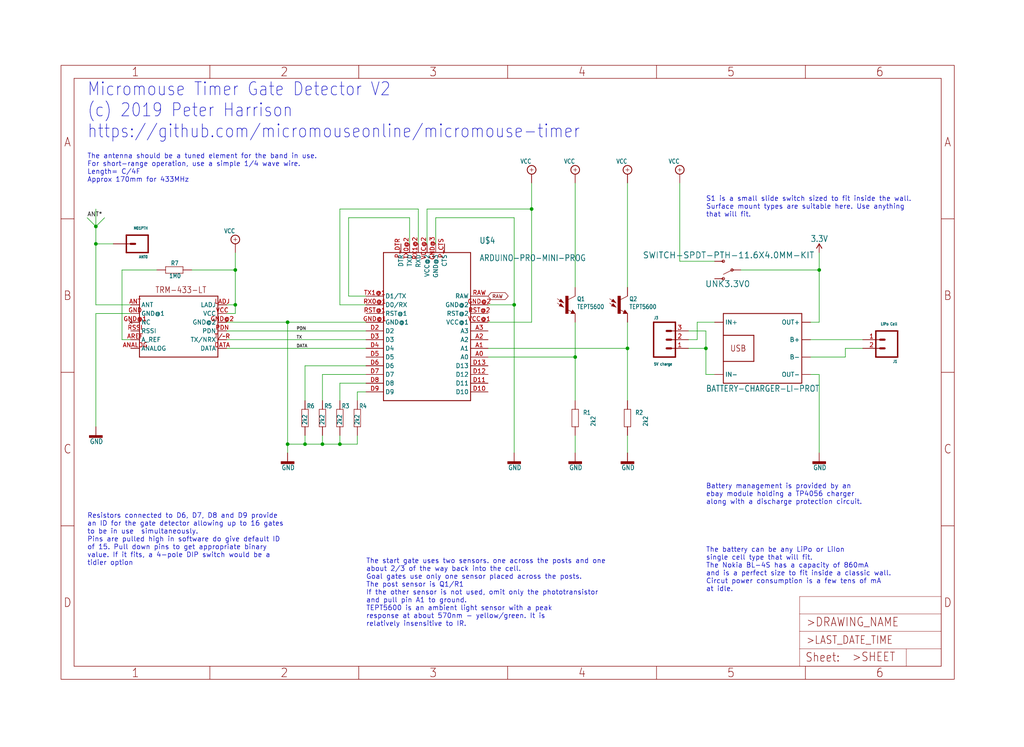
<source format=kicad_sch>
(kicad_sch (version 20211123) (generator eeschema)
  (paper "User" 298.45 217.881)
  (lib_symbols
    (symbol "gate-detector-eagle-import:3.3V" (power)
      (property "Value" "3.3V" (at -2.54 3.048 0))
      (symbol "3.3V_1_0"
        (polyline (pts (xy 0 2.54) (xy -0.762 1.27)) (stroke (width 0.254)))
        (polyline (pts (xy 0.762 1.27) (xy 0 2.54)) (stroke (width 0.254)))
        (pin power_in line (at 0 0 90) (length 2.54) (name "3.3V") (number "1"))
      )
    )
    (symbol "gate-detector-eagle-import:A4L-LOC"
      (symbol "A4L-LOC_0_0"
        (polyline (pts (xy 0 44.7675) (xy 3.81 44.7675)))
        (polyline (pts (xy 0 89.535) (xy 3.81 89.535)))
        (polyline (pts (xy 0 134.3025) (xy 3.81 134.3025)))
        (polyline (pts (xy 3.81 3.81) (xy 3.81 175.26)))
        (polyline (pts (xy 43.3917 0) (xy 43.3917 3.81)))
        (polyline (pts (xy 43.3917 175.26) (xy 43.3917 179.07)))
        (polyline (pts (xy 86.7833 0) (xy 86.7833 3.81)))
        (polyline (pts (xy 86.7833 175.26) (xy 86.7833 179.07)))
        (polyline (pts (xy 130.175 0) (xy 130.175 3.81)))
        (polyline (pts (xy 130.175 175.26) (xy 130.175 179.07)))
        (polyline (pts (xy 173.5667 0) (xy 173.5667 3.81)))
        (polyline (pts (xy 173.5667 175.26) (xy 173.5667 179.07)))
        (polyline (pts (xy 216.9583 0) (xy 216.9583 3.81)))
        (polyline (pts (xy 216.9583 175.26) (xy 216.9583 179.07)))
        (polyline (pts (xy 256.54 3.81) (xy 3.81 3.81)))
        (polyline (pts (xy 256.54 3.81) (xy 256.54 175.26)))
        (polyline (pts (xy 256.54 44.7675) (xy 260.35 44.7675)))
        (polyline (pts (xy 256.54 89.535) (xy 260.35 89.535)))
        (polyline (pts (xy 256.54 134.3025) (xy 260.35 134.3025)))
        (polyline (pts (xy 256.54 175.26) (xy 3.81 175.26)))
        (polyline (pts (xy 0 0) (xy 260.35 0) (xy 260.35 179.07) (xy 0 179.07) (xy 0 0)))
        (text "1" (at 21.6958 1.905 0) (effects (font (size 2.54 2.286))))
        (text "1" (at 21.6958 177.165 0) (effects (font (size 2.54 2.286))))
        (text "2" (at 65.0875 1.905 0) (effects (font (size 2.54 2.286))))
        (text "2" (at 65.0875 177.165 0) (effects (font (size 2.54 2.286))))
        (text "3" (at 108.4792 1.905 0) (effects (font (size 2.54 2.286))))
        (text "3" (at 108.4792 177.165 0) (effects (font (size 2.54 2.286))))
        (text "4" (at 151.8708 1.905 0) (effects (font (size 2.54 2.286))))
        (text "4" (at 151.8708 177.165 0) (effects (font (size 2.54 2.286))))
        (text "5" (at 195.2625 1.905 0) (effects (font (size 2.54 2.286))))
        (text "5" (at 195.2625 177.165 0) (effects (font (size 2.54 2.286))))
        (text "6" (at 238.6542 1.905 0) (effects (font (size 2.54 2.286))))
        (text "6" (at 238.6542 177.165 0) (effects (font (size 2.54 2.286))))
        (text "A" (at 1.905 156.6863 0) (effects (font (size 2.54 2.286))))
        (text "A" (at 258.445 156.6863 0) (effects (font (size 2.54 2.286))))
        (text "B" (at 1.905 111.9188 0) (effects (font (size 2.54 2.286))))
        (text "B" (at 258.445 111.9188 0) (effects (font (size 2.54 2.286))))
        (text "C" (at 1.905 67.1513 0) (effects (font (size 2.54 2.286))))
        (text "C" (at 258.445 67.1513 0) (effects (font (size 2.54 2.286))))
        (text "D" (at 1.905 22.3838 0) (effects (font (size 2.54 2.286))))
        (text "D" (at 258.445 22.3838 0) (effects (font (size 2.54 2.286))))
      )
      (symbol "A4L-LOC_1_0"
        (polyline (pts (xy 215.265 8.89) (xy 215.265 3.81)) (stroke (width 0.1016)))
        (polyline (pts (xy 215.265 8.89) (xy 215.265 13.97)) (stroke (width 0.1016)))
        (polyline (pts (xy 215.265 13.97) (xy 215.265 19.05)) (stroke (width 0.1016)))
        (polyline (pts (xy 215.265 13.97) (xy 256.54 13.97)) (stroke (width 0.1016)))
        (polyline (pts (xy 215.265 19.05) (xy 215.265 24.13)) (stroke (width 0.1016)))
        (polyline (pts (xy 215.265 19.05) (xy 256.54 19.05)) (stroke (width 0.1016)))
        (polyline (pts (xy 215.265 24.13) (xy 256.54 24.13)) (stroke (width 0.1016)))
        (polyline (pts (xy 246.38 3.81) (xy 246.38 8.89)) (stroke (width 0.1016)))
        (polyline (pts (xy 246.38 8.89) (xy 215.265 8.89)) (stroke (width 0.1016)))
        (polyline (pts (xy 246.38 8.89) (xy 256.54 8.89)) (stroke (width 0.1016)))
        (polyline (pts (xy 256.54 3.81) (xy 256.54 8.89)) (stroke (width 0.1016)))
        (polyline (pts (xy 256.54 8.89) (xy 256.54 13.97)) (stroke (width 0.1016)))
        (polyline (pts (xy 256.54 13.97) (xy 256.54 19.05)) (stroke (width 0.1016)))
        (polyline (pts (xy 256.54 19.05) (xy 256.54 24.13)) (stroke (width 0.1016)))
        (text ">DRAWING_NAME" (at 217.17 15.24 0) (effects (font (size 2.54 2.159)) (justify left bottom)))
        (text ">LAST_DATE_TIME" (at 217.17 10.16 0) (effects (font (size 2.286 1.9431)) (justify left bottom)))
        (text ">SHEET" (at 230.505 5.08 0) (effects (font (size 2.54 2.159)) (justify left bottom)))
        (text "Sheet:" (at 216.916 4.953 0) (effects (font (size 2.54 2.159)) (justify left bottom)))
      )
    )
    (symbol "gate-detector-eagle-import:ARDUINO-PRO-MINI-PROG"
      (property "Value" "ARDUINO-PRO-MINI-PROG" (at 12.7 17.78 0))
      (symbol "ARDUINO-PRO-MINI-PROG_1_0"
        (polyline (pts (xy -15.24 -22.86) (xy -15.24 20.32)) (stroke (width 0.254)))
        (polyline (pts (xy -15.24 20.32) (xy 10.16 20.32)) (stroke (width 0.254)))
        (polyline (pts (xy 10.16 -22.86) (xy -15.24 -22.86)) (stroke (width 0.254)))
        (polyline (pts (xy 10.16 20.32) (xy 10.16 -22.86)) (stroke (width 0.254)))
        (pin bidirectional line (at 15.24 -10.16 180) (length 5.08) (name "A0") (number "A0"))
        (pin bidirectional line (at 15.24 -7.62 180) (length 5.08) (name "A1") (number "A1"))
        (pin bidirectional line (at 15.24 -5.08 180) (length 5.08) (name "A2") (number "A2"))
        (pin bidirectional line (at 15.24 -2.54 180) (length 5.08) (name "A3") (number "A3"))
        (pin bidirectional line (at 15.24 -20.32 180) (length 5.08) (name "D10") (number "D10"))
        (pin bidirectional line (at 15.24 -17.78 180) (length 5.08) (name "D11") (number "D11"))
        (pin bidirectional line (at 15.24 -15.24 180) (length 5.08) (name "D12") (number "D12"))
        (pin bidirectional line (at 15.24 -12.7 180) (length 5.08) (name "D13") (number "D13"))
        (pin bidirectional line (at -20.32 -2.54 0) (length 5.08) (name "D2") (number "D2"))
        (pin bidirectional line (at -20.32 -5.08 0) (length 5.08) (name "D3") (number "D3"))
        (pin bidirectional line (at -20.32 -7.62 0) (length 5.08) (name "D4") (number "D4"))
        (pin bidirectional line (at -20.32 -10.16 0) (length 5.08) (name "D5") (number "D5"))
        (pin bidirectional line (at -20.32 -12.7 0) (length 5.08) (name "D6") (number "D6"))
        (pin bidirectional line (at -20.32 -15.24 0) (length 5.08) (name "D7") (number "D7"))
        (pin bidirectional line (at -20.32 -17.78 0) (length 5.08) (name "D8") (number "D8"))
        (pin bidirectional line (at -20.32 -20.32 0) (length 5.08) (name "D9") (number "D9"))
        (pin power_in line (at -20.32 0 0) (length 5.08) (name "GND@1") (number "GND@1"))
        (pin power_in line (at 15.24 5.08 180) (length 5.08) (name "GND@2") (number "GND@2"))
        (pin bidirectional line (at 0 22.86 270) (length 2.54) (name "GND@3") (number "GND@3"))
        (pin bidirectional line (at 2.54 22.86 270) (length 2.54) (name "CTS") (number "P_CTS"))
        (pin bidirectional line (at -10.16 22.86 270) (length 2.54) (name "DTR") (number "P_DTR"))
        (pin power_in line (at 15.24 7.62 180) (length 5.08) (name "RAW") (number "RAW"))
        (pin bidirectional line (at -20.32 2.54 0) (length 5.08) (name "RST@1") (number "RST@1"))
        (pin bidirectional line (at 15.24 2.54 180) (length 5.08) (name "RST@2") (number "RST@2"))
        (pin bidirectional line (at -20.32 5.08 0) (length 5.08) (name "D0/RX") (number "RX0@1"))
        (pin bidirectional line (at -5.08 22.86 270) (length 2.54) (name "RXD") (number "RX1@2"))
        (pin bidirectional line (at -7.62 22.86 270) (length 2.54) (name "TXD") (number "TX0@2"))
        (pin bidirectional line (at -20.32 7.62 0) (length 5.08) (name "D1/TX") (number "TX1@1"))
        (pin power_in line (at 15.24 0 180) (length 5.08) (name "VCC@1") (number "VCC@1"))
        (pin bidirectional line (at -2.54 22.86 270) (length 2.54) (name "VCC@2") (number "VCC@2"))
      )
    )
    (symbol "gate-detector-eagle-import:BATTERY-CHARGER-LI-PROT"
      (property "Reference" "M" (at -12.7 15.24 0))
      (property "Value" "BATTERY-CHARGER-LI-PROT" (at -12.7 12.7 0))
      (symbol "BATTERY-CHARGER-LI-PROT_1_0"
        (polyline (pts (xy -12.7 -10.16) (xy -12.7 -3.81)) (stroke (width 0.254)))
        (polyline (pts (xy -12.7 -3.81) (xy -12.7 3.81)) (stroke (width 0.254)))
        (polyline (pts (xy -12.7 3.81) (xy -12.7 10.16)) (stroke (width 0.254)))
        (polyline (pts (xy -12.7 3.81) (xy -3.81 3.81)) (stroke (width 0.254)))
        (polyline (pts (xy -12.7 10.16) (xy 10.16 10.16)) (stroke (width 0.254)))
        (polyline (pts (xy -3.81 -3.81) (xy -12.7 -3.81)) (stroke (width 0.254)))
        (polyline (pts (xy -3.81 3.81) (xy -3.81 -3.81)) (stroke (width 0.254)))
        (polyline (pts (xy 10.16 -10.16) (xy -12.7 -10.16)) (stroke (width 0.254)))
        (polyline (pts (xy 10.16 10.16) (xy 10.16 -10.16)) (stroke (width 0.254)))
        (text "USB" (at -8.382 0 0) (effects (font (size 1.778 1.5113))))
        (pin bidirectional line (at 12.7 2.54 180) (length 2.54) (name "B+") (number "B+"))
        (pin bidirectional line (at 12.7 -2.54 180) (length 2.54) (name "B-") (number "B-"))
        (pin bidirectional line (at -15.24 7.62 0) (length 2.54) (name "IN+") (number "IN+"))
        (pin bidirectional line (at -15.24 -7.62 0) (length 2.54) (name "IN-") (number "IN-"))
        (pin bidirectional line (at 12.7 7.62 180) (length 2.54) (name "OUT+") (number "OUT+"))
        (pin bidirectional line (at 12.7 -7.62 180) (length 2.54) (name "OUT-") (number "OUT-"))
      )
    )
    (symbol "gate-detector-eagle-import:GND" (power)
      (property "Value" "GND" (at -1.778 -2.54 0))
      (symbol "GND_1_0"
        (rectangle (start -1.905 -0.635) (end 1.905 0) (fill (type outline)))
        (pin power_in line (at 0 2.54 270) (length 2.54) (name "GND") (number "1"))
      )
    )
    (symbol "gate-detector-eagle-import:M01PTH"
      (property "Reference" "JP" (at -2.54 3.302 0))
      (property "Value" "M01PTH" (at -2.54 -5.08 0))
      (symbol "M01PTH_1_0"
        (polyline (pts (xy -2.54 2.54) (xy -2.54 -2.54)) (stroke (width 0.4064)))
        (polyline (pts (xy -2.54 2.54) (xy 3.81 2.54)) (stroke (width 0.4064)))
        (polyline (pts (xy 1.27 0) (xy 2.54 0)) (stroke (width 0.6096)))
        (polyline (pts (xy 3.81 -2.54) (xy -2.54 -2.54)) (stroke (width 0.4064)))
        (polyline (pts (xy 3.81 -2.54) (xy 3.81 2.54)) (stroke (width 0.4064)))
        (pin passive line (at 7.62 0 180) (length 5.08) (name "1") (number "1"))
      )
    )
    (symbol "gate-detector-eagle-import:M02RA_MALE_MILL"
      (property "Reference" "J" (at -2.54 5.842 0))
      (property "Value" "M02RA_MALE_MILL" (at -2.54 -5.08 0))
      (symbol "M02RA_MALE_MILL_1_0"
        (polyline (pts (xy -2.54 5.08) (xy -2.54 -2.54)) (stroke (width 0.4064)))
        (polyline (pts (xy -2.54 5.08) (xy 3.81 5.08)) (stroke (width 0.4064)))
        (polyline (pts (xy 1.27 0) (xy 2.54 0)) (stroke (width 0.6096)))
        (polyline (pts (xy 1.27 2.54) (xy 2.54 2.54)) (stroke (width 0.6096)))
        (polyline (pts (xy 3.81 -2.54) (xy -2.54 -2.54)) (stroke (width 0.4064)))
        (polyline (pts (xy 3.81 -2.54) (xy 3.81 5.08)) (stroke (width 0.4064)))
        (pin passive line (at 7.62 0 180) (length 5.08) (name "1") (number "1"))
        (pin passive line (at 7.62 2.54 180) (length 5.08) (name "2") (number "2"))
      )
    )
    (symbol "gate-detector-eagle-import:M03RA_MALE"
      (property "Reference" "J" (at -2.54 5.842 0))
      (property "Value" "M03RA_MALE" (at -2.54 -7.62 0))
      (symbol "M03RA_MALE_1_0"
        (polyline (pts (xy -2.54 5.08) (xy -2.54 -5.08)) (stroke (width 0.4064)))
        (polyline (pts (xy -2.54 5.08) (xy 3.81 5.08)) (stroke (width 0.4064)))
        (polyline (pts (xy 1.27 -2.54) (xy 2.54 -2.54)) (stroke (width 0.6096)))
        (polyline (pts (xy 1.27 0) (xy 2.54 0)) (stroke (width 0.6096)))
        (polyline (pts (xy 1.27 2.54) (xy 2.54 2.54)) (stroke (width 0.6096)))
        (polyline (pts (xy 3.81 -5.08) (xy -2.54 -5.08)) (stroke (width 0.4064)))
        (polyline (pts (xy 3.81 -5.08) (xy 3.81 5.08)) (stroke (width 0.4064)))
        (pin passive line (at 7.62 -2.54 180) (length 5.08) (name "1") (number "1"))
        (pin passive line (at 7.62 0 180) (length 5.08) (name "2") (number "2"))
        (pin passive line (at 7.62 2.54 180) (length 5.08) (name "3") (number "3"))
      )
    )
    (symbol "gate-detector-eagle-import:PHOTO-NPN"
      (property "Reference" "Q" (at 3.048 1.016 0))
      (property "Value" "PHOTO-NPN" (at 3.048 -1.27 0))
      (symbol "PHOTO-NPN_1_0"
        (rectangle (start -0.254 -2.54) (end 0.508 2.54) (fill (type outline)))
        (polyline (pts (xy -2.667 0.508) (xy -1.905 0)) (stroke (width 0.127)))
        (polyline (pts (xy -2.667 1.778) (xy -1.905 1.27)) (stroke (width 0.127)))
        (polyline (pts (xy 1.27 -2.54) (xy 1.778 -1.524)) (stroke (width 0.1524)))
        (polyline (pts (xy 1.524 -2.413) (xy 2.286 -2.413)) (stroke (width 0.254)))
        (polyline (pts (xy 1.524 -2.286) (xy 1.905 -2.286)) (stroke (width 0.254)))
        (polyline (pts (xy 1.54 -2.04) (xy 0.308 -1.424)) (stroke (width 0.1524)))
        (polyline (pts (xy 1.778 -1.778) (xy 1.524 -2.286)) (stroke (width 0.254)))
        (polyline (pts (xy 1.778 -1.524) (xy 2.54 -2.54)) (stroke (width 0.1524)))
        (polyline (pts (xy 1.905 -2.286) (xy 1.778 -2.032)) (stroke (width 0.254)))
        (polyline (pts (xy 2.286 -2.413) (xy 1.778 -1.778)) (stroke (width 0.254)))
        (polyline (pts (xy 2.54 -2.54) (xy 1.27 -2.54)) (stroke (width 0.1524)))
        (polyline (pts (xy 2.54 2.54) (xy 0.508 1.524)) (stroke (width 0.1524)))
        (polyline (pts (xy -0.762 -0.762) (xy -1.651 0.381) (xy -2.159 -0.381)) (fill (type outline)))
        (polyline (pts (xy -0.762 0.508) (xy -1.651 1.651) (xy -2.159 0.889)) (fill (type outline)))
        (pin passive line (at 2.54 5.08 270) (length 2.54) (name "C") (number "C"))
        (pin passive line (at 2.54 -5.08 90) (length 2.54) (name "E") (number "E"))
      )
    )
    (symbol "gate-detector-eagle-import:RESISTOR_AXIAL-0207_0.4"
      (property "Reference" "R" (at 0.508 2.794 0))
      (property "Value" "RESISTOR_AXIAL-0207_0.4" (at 0.635 -2.032 90))
      (symbol "RESISTOR_AXIAL-0207_0.4_1_0"
        (polyline (pts (xy -0.9525 -2.54) (xy -0.9525 2.54)) (stroke (width 0.1524)))
        (polyline (pts (xy -0.9525 2.54) (xy 0.9525 2.54)) (stroke (width 0.1524)))
        (polyline (pts (xy 0 -2.54) (xy -0.9525 -2.54)) (stroke (width 0.1524)))
        (polyline (pts (xy 0.9525 -2.54) (xy 0 -2.54)) (stroke (width 0.1524)))
        (polyline (pts (xy 0.9525 2.54) (xy 0.9525 -2.54)) (stroke (width 0.1524)))
        (pin passive line (at 0 -5.08 90) (length 2.54) (name "1") (number "1"))
        (pin passive line (at 0 5.08 270) (length 2.54) (name "2") (number "2"))
      )
    )
    (symbol "gate-detector-eagle-import:SWITCH-SPDT-PTH-11.6X4.0MM-KIT"
      (property "Reference" "S" (at 1.27 3.048 0))
      (property "Value" "SWITCH-SPDT-PTH-11.6X4.0MM-KIT" (at 1.016 -3.302 0))
      (symbol "SWITCH-SPDT-PTH-11.6X4.0MM-KIT_1_0"
        (polyline (pts (xy 0 0) (xy 2.54 1.27)) (stroke (width 0.1524)))
        (polyline (pts (xy 2.54 -2.54) (xy 3.175 -2.54)) (stroke (width 0.127)))
        (polyline (pts (xy 2.54 2.54) (xy 3.175 2.54)) (stroke (width 0.1524)))
        (circle (center 0 0) (radius 0.3592) (stroke (width 0.2032)))
        (circle (center 2.54 -2.54) (radius 0.3592) (stroke (width 0.2032)))
        (circle (center 2.54 2.54) (radius 0.3592) (stroke (width 0.2032)))
        (pin passive line (at 5.08 2.54 180) (length 2.54) (name "O") (number "1"))
        (pin passive line (at -2.54 0 0) (length 2.54) (name "P") (number "2"))
        (pin passive line (at 5.08 -2.54 180) (length 2.54) (name "S") (number "3"))
      )
    )
    (symbol "gate-detector-eagle-import:TRM-433-LT"
      (symbol "TRM-433-LT_1_0"
        (polyline (pts (xy -12.7 -2.54) (xy -12.7 15.24)) (stroke (width 0.254)))
        (polyline (pts (xy -12.7 15.24) (xy 10.16 15.24)) (stroke (width 0.254)))
        (polyline (pts (xy 10.16 -2.54) (xy -12.7 -2.54)) (stroke (width 0.254)))
        (polyline (pts (xy 10.16 15.24) (xy 10.16 -2.54)) (stroke (width 0.254)))
        (text "TRM-433-LT" (at -8.128 16.002 0) (effects (font (size 1.778 1.5113)) (justify left bottom)))
        (pin bidirectional line (at -15.24 0 0) (length 2.54) (name "ANALOG") (number "ANALOG"))
        (pin passive line (at -15.24 12.7 0) (length 2.54) (name "ANT") (number "ANT"))
        (pin bidirectional line (at -15.24 2.54 0) (length 2.54) (name "A_REF") (number "AREF"))
        (pin bidirectional line (at 12.7 0 180) (length 2.54) (name "DATA") (number "DATA"))
        (pin power_in line (at -15.24 10.16 0) (length 2.54) (name "GND@1") (number "GND"))
        (pin no_connect line (at -15.24 7.62 0) (length 2.54) (name "NC") (number "GND@1"))
        (pin power_in line (at 12.7 7.62 180) (length 2.54) (name "GND@2") (number "GND@2"))
        (pin bidirectional line (at 12.7 12.7 180) (length 2.54) (name "LADJ") (number "LADJ"))
        (pin input line (at 12.7 5.08 180) (length 2.54) (name "PDN") (number "PDN"))
        (pin output line (at -15.24 5.08 0) (length 2.54) (name "RSSI") (number "RSSI"))
        (pin input line (at 12.7 2.54 180) (length 2.54) (name "TX/NRX") (number "T/~R"))
        (pin power_in line (at 12.7 10.16 180) (length 2.54) (name "VCC") (number "VCC"))
      )
    )
    (symbol "gate-detector-eagle-import:VCC" (power)
      (property "Value" "VCC" (at -3.302 3.048 0))
      (symbol "VCC_1_0"
        (polyline (pts (xy -0.508 1.27) (xy 0.508 1.27)) (stroke (width 0.127)))
        (polyline (pts (xy 0 1.778) (xy 0 0.762)) (stroke (width 0.127)))
        (circle (center 0 1.27) (radius 1.27) (stroke (width 0.254)))
        (pin power_in line (at 0 -2.54 90) (length 2.54) (name "VCC") (number "1"))
      )
    )
  )
  (junction (at 83.82 129.54))
  (junction (at 167.64 104.14))
  (junction (at 154.94 60.96))
  (junction (at 149.86 88.9))
  (junction (at 99.06 129.54))
  (junction (at 83.82 93.98))
  (junction (at 93.98 129.54))
  (junction (at 182.88 101.6))
  (junction (at 205.74 101.6))
  (junction (at 68.58 88.9))
  (junction (at 238.76 78.74))
  (junction (at 27.94 66.04))
  (junction (at 88.9 129.54))
  (junction (at 68.58 78.74))
  (junction (at 27.94 71.12))
  (wire (pts (xy 55.88 78.74) (xy 68.58 78.74)))
  (wire (pts (xy 236.22 93.98) (xy 238.76 93.98)))
  (wire (pts (xy 246.38 104.14) (xy 246.38 101.6)))
  (wire (pts (xy 182.88 127) (xy 182.88 132.08)))
  (wire (pts (xy 68.58 78.74) (xy 68.58 88.9)))
  (wire (pts (xy 27.94 71.12) (xy 27.94 66.04)))
  (wire (pts (xy 66.04 88.9) (xy 68.58 88.9)))
  (wire (pts (xy 35.56 78.74) (xy 35.56 99.06)))
  (wire (pts (xy 203.2 93.98) (xy 203.2 96.52)))
  (wire (pts (xy 27.94 66.04) (xy 30.48 63.5)))
  (wire (pts (xy 106.68 111.76) (xy 99.06 111.76)))
  (wire (pts (xy 182.88 53.34) (xy 182.88 83.82)))
  (wire (pts (xy 99.06 129.54) (xy 104.14 129.54)))
  (wire (pts (xy 106.68 114.3) (xy 104.14 114.3)))
  (wire (pts (xy 142.24 93.98) (xy 154.94 93.98)))
  (wire (pts (xy 215.9 78.74) (xy 238.76 78.74)))
  (wire (pts (xy 99.06 88.9) (xy 106.68 88.9)))
  (wire (pts (xy 154.94 93.98) (xy 154.94 60.96)))
  (wire (pts (xy 149.86 88.9) (xy 149.86 132.08)))
  (wire (pts (xy 104.14 114.3) (xy 104.14 116.84)))
  (wire (pts (xy 142.24 88.9) (xy 149.86 88.9)))
  (wire (pts (xy 88.9 106.68) (xy 88.9 116.84)))
  (wire (pts (xy 101.6 86.36) (xy 106.68 86.36)))
  (wire (pts (xy 93.98 109.22) (xy 93.98 116.84)))
  (wire (pts (xy 238.76 93.98) (xy 238.76 78.74)))
  (wire (pts (xy 154.94 60.96) (xy 154.94 53.34)))
  (wire (pts (xy 142.24 104.14) (xy 167.64 104.14)))
  (wire (pts (xy 121.92 60.96) (xy 99.06 60.96)))
  (wire (pts (xy 203.2 99.06) (xy 200.66 99.06)))
  (wire (pts (xy 149.86 63.5) (xy 149.86 88.9)))
  (wire (pts (xy 182.88 101.6) (xy 182.88 116.84)))
  (wire (pts (xy 66.04 96.52) (xy 106.68 96.52)))
  (wire (pts (xy 124.46 71.12) (xy 124.46 60.96)))
  (wire (pts (xy 119.38 71.12) (xy 119.38 63.5)))
  (wire (pts (xy 27.94 66.04) (xy 25.4 63.5)))
  (wire (pts (xy 236.22 104.14) (xy 246.38 104.14)))
  (wire (pts (xy 99.06 127) (xy 99.06 129.54)))
  (wire (pts (xy 88.9 129.54) (xy 93.98 129.54)))
  (wire (pts (xy 38.1 91.44) (xy 27.94 91.44)))
  (wire (pts (xy 142.24 101.6) (xy 182.88 101.6)))
  (wire (pts (xy 83.82 129.54) (xy 88.9 129.54)))
  (wire (pts (xy 66.04 93.98) (xy 83.82 93.98)))
  (wire (pts (xy 27.94 88.9) (xy 27.94 71.12)))
  (wire (pts (xy 238.76 109.22) (xy 238.76 132.08)))
  (wire (pts (xy 68.58 88.9) (xy 68.58 91.44)))
  (wire (pts (xy 198.12 53.34) (xy 198.12 76.2)))
  (wire (pts (xy 104.14 129.54) (xy 104.14 127)))
  (wire (pts (xy 205.74 101.6) (xy 205.74 109.22)))
  (wire (pts (xy 83.82 129.54) (xy 83.82 93.98)))
  (wire (pts (xy 106.68 106.68) (xy 88.9 106.68)))
  (wire (pts (xy 38.1 88.9) (xy 27.94 88.9)))
  (wire (pts (xy 35.56 99.06) (xy 38.1 99.06)))
  (wire (pts (xy 27.94 91.44) (xy 27.94 124.46)))
  (wire (pts (xy 106.68 99.06) (xy 66.04 99.06)))
  (wire (pts (xy 93.98 129.54) (xy 99.06 129.54)))
  (wire (pts (xy 33.02 71.12) (xy 27.94 71.12)))
  (wire (pts (xy 45.72 78.74) (xy 35.56 78.74)))
  (wire (pts (xy 127 63.5) (xy 149.86 63.5)))
  (wire (pts (xy 83.82 129.54) (xy 83.82 132.08)))
  (wire (pts (xy 106.68 101.6) (xy 66.04 101.6)))
  (wire (pts (xy 88.9 127) (xy 88.9 129.54)))
  (wire (pts (xy 205.74 101.6) (xy 200.66 101.6)))
  (wire (pts (xy 119.38 63.5) (xy 101.6 63.5)))
  (wire (pts (xy 99.06 111.76) (xy 99.06 116.84)))
  (wire (pts (xy 167.64 116.84) (xy 167.64 104.14)))
  (wire (pts (xy 68.58 73.66) (xy 68.58 78.74)))
  (wire (pts (xy 205.74 109.22) (xy 208.28 109.22)))
  (wire (pts (xy 124.46 60.96) (xy 154.94 60.96)))
  (wire (pts (xy 208.28 93.98) (xy 203.2 93.98)))
  (wire (pts (xy 203.2 96.52) (xy 203.2 99.06)))
  (wire (pts (xy 238.76 78.74) (xy 238.76 73.66)))
  (wire (pts (xy 205.74 96.52) (xy 205.74 101.6)))
  (wire (pts (xy 200.66 96.52) (xy 205.74 96.52)))
  (wire (pts (xy 236.22 109.22) (xy 238.76 109.22)))
  (wire (pts (xy 198.12 76.2) (xy 208.28 76.2)))
  (wire (pts (xy 121.92 71.12) (xy 121.92 60.96)))
  (wire (pts (xy 167.64 132.08) (xy 167.64 127)))
  (wire (pts (xy 101.6 63.5) (xy 101.6 86.36)))
  (wire (pts (xy 106.68 109.22) (xy 93.98 109.22)))
  (wire (pts (xy 182.88 93.98) (xy 182.88 101.6)))
  (wire (pts (xy 167.64 53.34) (xy 167.64 83.82)))
  (wire (pts (xy 246.38 101.6) (xy 251.46 101.6)))
  (wire (pts (xy 251.46 99.06) (xy 236.22 99.06)))
  (wire (pts (xy 83.82 93.98) (xy 106.68 93.98)))
  (wire (pts (xy 68.58 91.44) (xy 66.04 91.44)))
  (wire (pts (xy 99.06 60.96) (xy 99.06 88.9)))
  (wire (pts (xy 127 71.12) (xy 127 63.5)))
  (wire (pts (xy 167.64 104.14) (xy 167.64 93.98)))
  (wire (pts (xy 27.94 66.04) (xy 27.94 60.96)))
  (wire (pts (xy 93.98 127) (xy 93.98 129.54)))
  (text "Micromouse Timer Gate Detector V2\n(c) 2019 Peter Harrison\nhttps://github.com/micromouseonline/micromouse-timer" (at 25.4 40.64 0) (effects (font (size 3.81 3.2385)) (justify left bottom)))
  (text "The battery can be any LiPo or LiIon\nsingle cell type that will fit.\nThe Nokia BL-4S has a capacity of 860mA\nand is a perfect size to fit inside a classic wall.\nCircut power consumption is a few tens of mA\nat idle." (at 205.74 172.72 0) (effects (font (size 1.4224 1.4224)) (justify left bottom)))
  (text "The start gate uses two sensors. one across the posts and one\nabout 2/3 of the way back into the cell.\nGoal gates use only one sensor placed across the posts.\nThe post sensor is Q1/R1\nIf the other sensor is not used, omit only the phototransistor\nand pull pin A1 to ground.\nTEPT5600 is an ambient light sensor with a peak\nresponse at about 570nm - yellow/green. It is\nrelatively insensitive to IR." (at 106.68 182.88 0) (effects (font (size 1.4224 1.4224)) (justify left bottom)))
  (text "S1 is a small slide switch sized to fit inside the wall.\nSurface mount types are suitable here. Use anything\nthat will fit." (at 205.74 63.5 0) (effects (font (size 1.4224 1.4224)) (justify left bottom)))
  (text "Battery management is provided by an\nebay module holding a TP4056 charger\nalong with a discharge protection circuit." (at 205.74 147.32 0) (effects (font (size 1.4224 1.4224)) (justify left bottom)))
  (text "The antenna should be a tuned element for the band in use.\nFor short-range operation, use a simple 1/4 wave wire.\nLength= C/4F\nApprox 170mm for 433MHz" (at 25.4 53.34 0) (effects (font (size 1.4224 1.4224)) (justify left bottom)))
  (text "Resistors connected to D6, D7, D8 and D9 provide\nan ID for the gate detector allowing up to 16 gates\nto be in use  simultaneously.\nPins are pulled high in software do give default ID\nof 15. Pull down pins to get appropriate binary\nvalue. If it fits, a 4-pole DIP switch would be a\ntidier option" (at 25.4 165.1 0) (effects (font (size 1.4224 1.4224)) (justify left bottom)))
  (label "TX" (at 86.36 99.06 0) (effects (font (size 0.889 0.889))))
  (label "PDN" (at 86.36 96.52 0) (effects (font (size 0.889 0.889))))
  (label "DATA" (at 86.36 101.6 0) (effects (font (size 0.889 0.889))))
  (label "ANT*" (at 25.4 63.5 0) (effects (font (size 1.2446 1.2446))))
  (global_label "RAW" (shape bidirectional) (at 142.24 86.36 0) (effects (font (size 1.016 1.016))) (property "Intersheet References" "${INTERSHEET_REFS}" (effects hide)))
  (symbol (lib_id "gate-detector-eagle-import:GND") (at 182.88 134.62 0) (unit 1)
    (property "Reference" "#GND4" (effects hide))
    (property "Value" "GND" (at 181.102 137.16 0) (effects (font (size 1.4224 1.209)) (justify left bottom)))
    (property "Footprint" "gate-detector:" (effects hide))
  )
  (symbol (lib_id "gate-detector-eagle-import:GND") (at 83.82 134.62 0) (unit 1)
    (property "Reference" "#GND2" (effects hide))
    (property "Value" "GND" (at 82.042 137.16 0) (effects (font (size 1.4224 1.209)) (justify left bottom)))
    (property "Footprint" "gate-detector:" (effects hide))
  )
  (symbol (lib_id "gate-detector-eagle-import:RESISTOR_AXIAL-0207_0.4") (at 104.14 121.92 0) (unit 1)
    (property "Reference" "R4" (at 104.648 119.126 0) (effects (font (size 1.27 1.0795)) (justify left bottom)))
    (property "Value" "2k2" (at 104.775 123.952 90) (effects (font (size 1.27 1.0795)) (justify left bottom)))
    (property "Footprint" "gate-detector:AXIAL-0207_0.4" (effects hide))
  )
  (symbol (lib_id "gate-detector-eagle-import:M01PTH") (at 40.64 71.12 180) (unit 1)
    (property "Reference" "ANT0" (at 43.18 74.422 0) (effects (font (size 0.8128 0.6908) bold) (justify left bottom)))
    (property "Value" "M01PTH" (at 43.18 66.04 0) (effects (font (size 0.8128 0.6908) bold) (justify left bottom)))
    (property "Footprint" "gate-detector:1X01" (effects hide))
  )
  (symbol (lib_id "gate-detector-eagle-import:VCC") (at 167.64 50.8 0) (unit 1)
    (property "Reference" "#P+8" (effects hide))
    (property "Value" "VCC" (at 164.338 47.752 0) (effects (font (size 1.27 1.0795)) (justify left bottom)))
    (property "Footprint" "gate-detector:" (effects hide))
  )
  (symbol (lib_id "gate-detector-eagle-import:VCC") (at 182.88 50.8 0) (unit 1)
    (property "Reference" "#P+9" (effects hide))
    (property "Value" "VCC" (at 179.578 47.752 0) (effects (font (size 1.27 1.0795)) (justify left bottom)))
    (property "Footprint" "gate-detector:" (effects hide))
  )
  (symbol (lib_id "gate-detector-eagle-import:M02RA_MALE_MILL") (at 259.08 99.06 180) (unit 1)
    (property "Reference" "J1" (at 261.62 104.902 0) (effects (font (size 0.8128 0.6908) bold) (justify left bottom)))
    (property "Value" "LiPo Cell" (at 261.62 93.98 0) (effects (font (size 0.8128 0.6908) bold) (justify left bottom)))
    (property "Footprint" "gate-detector:1X02_RA_PTH_MALE_MILL" (effects hide))
  )
  (symbol (lib_id "gate-detector-eagle-import:ARDUINO-PRO-MINI-PROG") (at 127 93.98 0) (unit 1)
    (property "Reference" "U$4" (at 139.7 71.12 0) (effects (font (size 1.778 1.5113)) (justify left bottom)))
    (property "Value" "ARDUINO-PRO-MINI-PROG" (at 139.7 76.2 0) (effects (font (size 1.778 1.5113)) (justify left bottom)))
    (property "Footprint" "gate-detector:ARDUINO-PRO-MINI-PROG" (effects hide))
  )
  (symbol (lib_id "gate-detector-eagle-import:RESISTOR_AXIAL-0207_0.4") (at 99.06 121.92 0) (unit 1)
    (property "Reference" "R3" (at 99.568 119.126 0) (effects (font (size 1.27 1.0795)) (justify left bottom)))
    (property "Value" "2k2" (at 99.695 123.952 90) (effects (font (size 1.27 1.0795)) (justify left bottom)))
    (property "Footprint" "gate-detector:AXIAL-0207_0.4" (effects hide))
  )
  (symbol (lib_id "gate-detector-eagle-import:GND") (at 238.76 134.62 0) (unit 1)
    (property "Reference" "#GND5" (effects hide))
    (property "Value" "GND" (at 236.982 137.16 0) (effects (font (size 1.4224 1.209)) (justify left bottom)))
    (property "Footprint" "gate-detector:" (effects hide))
  )
  (symbol (lib_id "gate-detector-eagle-import:RESISTOR_AXIAL-0207_0.4") (at 167.64 121.92 0) (unit 1)
    (property "Reference" "R1" (at 172.212 119.634 0) (effects (font (size 1.27 1.0795)) (justify right top)))
    (property "Value" "2k2" (at 172.212 121.285 90) (effects (font (size 1.27 1.0795)) (justify right top)))
    (property "Footprint" "gate-detector:AXIAL-0207_0.4" (effects hide))
  )
  (symbol (lib_id "gate-detector-eagle-import:3.3V") (at 238.76 73.66 0) (unit 1)
    (property "Reference" "#P+5" (effects hide))
    (property "Value" "3.3V" (at 236.22 70.612 0) (effects (font (size 1.778 1.5113)) (justify left bottom)))
    (property "Footprint" "gate-detector:" (effects hide))
  )
  (symbol (lib_id "gate-detector-eagle-import:RESISTOR_AXIAL-0207_0.4") (at 93.98 121.92 0) (unit 1)
    (property "Reference" "R5" (at 94.488 119.126 0) (effects (font (size 1.27 1.0795)) (justify left bottom)))
    (property "Value" "2k2" (at 94.615 123.952 90) (effects (font (size 1.27 1.0795)) (justify left bottom)))
    (property "Footprint" "gate-detector:AXIAL-0207_0.4" (effects hide))
  )
  (symbol (lib_id "gate-detector-eagle-import:A4L-LOC") (at 17.78 198.12 0) (unit 1)
    (property "Reference" "#FRAME1" (effects hide))
    (property "Value" "A4L-LOC" (effects hide))
    (property "Footprint" "gate-detector:" (effects hide))
    (property "Value" "A4L-LOC" (effects hide))
  )
  (symbol (lib_id "gate-detector-eagle-import:GND") (at 27.94 127 0) (unit 1)
    (property "Reference" "#GND3" (effects hide))
    (property "Value" "GND" (at 26.162 129.54 0) (effects (font (size 1.4224 1.209)) (justify left bottom)))
    (property "Footprint" "gate-detector:" (effects hide))
  )
  (symbol (lib_id "gate-detector-eagle-import:GND") (at 149.86 134.62 0) (unit 1)
    (property "Reference" "#GND6" (effects hide))
    (property "Value" "GND" (at 148.082 137.16 0) (effects (font (size 1.4224 1.209)) (justify left bottom)))
    (property "Footprint" "gate-detector:" (effects hide))
  )
  (symbol (lib_id "gate-detector-eagle-import:PHOTO-NPN") (at 165.1 88.9 0) (unit 1)
    (property "Reference" "Q1" (at 168.148 87.884 0) (effects (font (size 1.27 1.0795)) (justify left bottom)))
    (property "Value" "TEPT5600" (at 168.148 90.17 0) (effects (font (size 1.27 1.0795)) (justify left bottom)))
    (property "Footprint" "gate-detector:PHOTOTRANSISTOR-TO5-SIDE" (effects hide))
  )
  (symbol (lib_id "gate-detector-eagle-import:BATTERY-CHARGER-LI-PROT") (at 223.52 101.6 0) (unit 1)
    (property "Reference" "U$2" (effects hide))
    (property "Value" "BATTERY-CHARGER-LI-PROT" (at 205.74 114.3 0) (effects (font (size 1.778 1.5113)) (justify left bottom)))
    (property "Footprint" "gate-detector:BATTERY-CHARGER-LI-PROT" (effects hide))
  )
  (symbol (lib_id "gate-detector-eagle-import:VCC") (at 198.12 50.8 0) (unit 1)
    (property "Reference" "#P+10" (effects hide))
    (property "Value" "VCC" (at 194.818 47.752 0) (effects (font (size 1.27 1.0795)) (justify left bottom)))
    (property "Footprint" "gate-detector:" (effects hide))
  )
  (symbol (lib_id "gate-detector-eagle-import:RESISTOR_AXIAL-0207_0.4") (at 182.88 121.92 0) (unit 1)
    (property "Reference" "R2" (at 187.452 119.634 0) (effects (font (size 1.27 1.0795)) (justify right top)))
    (property "Value" "2k2" (at 187.452 121.285 90) (effects (font (size 1.27 1.0795)) (justify right top)))
    (property "Footprint" "gate-detector:AXIAL-0207_0.4" (effects hide))
  )
  (symbol (lib_id "gate-detector-eagle-import:M03RA_MALE") (at 193.04 99.06 0) (unit 1)
    (property "Reference" "J3" (at 190.5 93.218 0) (effects (font (size 0.8128 0.6908) bold) (justify left bottom)))
    (property "Value" "5V charge" (at 190.5 106.68 0) (effects (font (size 0.8128 0.6908) bold) (justify left bottom)))
    (property "Footprint" "gate-detector:1X03_RA_PTH_MILL" (effects hide))
  )
  (symbol (lib_id "gate-detector-eagle-import:RESISTOR_AXIAL-0207_0.4") (at 50.8 78.74 90) (unit 1)
    (property "Reference" "R7" (at 49.784 77.47 90) (effects (font (size 1.27 1.0795)) (justify right top)))
    (property "Value" "1M0" (at 49.276 81.153 90) (effects (font (size 1.27 1.0795)) (justify right top)))
    (property "Footprint" "gate-detector:AXIAL-0207_0.4" (effects hide))
  )
  (symbol (lib_id "gate-detector-eagle-import:RESISTOR_AXIAL-0207_0.4") (at 88.9 121.92 0) (unit 1)
    (property "Reference" "R6" (at 89.408 119.126 0) (effects (font (size 1.27 1.0795)) (justify left bottom)))
    (property "Value" "2k2" (at 89.535 123.952 90) (effects (font (size 1.27 1.0795)) (justify left bottom)))
    (property "Footprint" "gate-detector:AXIAL-0207_0.4" (effects hide))
  )
  (symbol (lib_id "gate-detector-eagle-import:GND") (at 167.64 134.62 0) (unit 1)
    (property "Reference" "#GND1" (effects hide))
    (property "Value" "GND" (at 165.862 137.16 0) (effects (font (size 1.4224 1.209)) (justify left bottom)))
    (property "Footprint" "gate-detector:" (effects hide))
  )
  (symbol (lib_id "gate-detector-eagle-import:SWITCH-SPDT-PTH-11.6X4.0MM-KIT") (at 213.36 78.74 180) (unit 1)
    (property "Reference" "UNK3.3V0" (at 212.09 81.788 0) (effects (font (size 1.778 1.778)) (justify bottom)))
    (property "Value" "SWITCH-SPDT-PTH-11.6X4.0MM-KIT" (at 212.344 75.438 0) (effects (font (size 1.778 1.778)) (justify top)))
    (property "Footprint" "gate-detector:SWITCH_SPDT_PTH_11.6X4.0MM_KIT" (effects hide))
  )
  (symbol (lib_id "gate-detector-eagle-import:TRM-433-LT") (at 53.34 101.6 0) (unit 1)
    (property "Reference" "U$1" (effects hide))
    (property "Value" "TRM-433-LT" (effects hide))
    (property "Footprint" "gate-detector:LINX-TRM-433-LT" (effects hide))
  )
  (symbol (lib_id "gate-detector-eagle-import:VCC") (at 154.94 50.8 0) (unit 1)
    (property "Reference" "#P+7" (effects hide))
    (property "Value" "VCC" (at 151.638 47.752 0) (effects (font (size 1.27 1.0795)) (justify left bottom)))
    (property "Footprint" "gate-detector:" (effects hide))
  )
  (symbol (lib_id "gate-detector-eagle-import:PHOTO-NPN") (at 180.34 88.9 0) (unit 1)
    (property "Reference" "Q2" (at 183.388 87.884 0) (effects (font (size 1.27 1.0795)) (justify left bottom)))
    (property "Value" "TEPT5600" (at 183.388 90.17 0) (effects (font (size 1.27 1.0795)) (justify left bottom)))
    (property "Footprint" "gate-detector:PHOTOTRANSISTOR-TO5-SIDE" (effects hide))
  )
  (symbol (lib_id "gate-detector-eagle-import:VCC") (at 68.58 71.12 0) (unit 1)
    (property "Reference" "#P+6" (effects hide))
    (property "Value" "VCC" (at 65.278 68.072 0) (effects (font (size 1.27 1.0795)) (justify left bottom)))
    (property "Footprint" "gate-detector:" (effects hide))
  )
)
</source>
